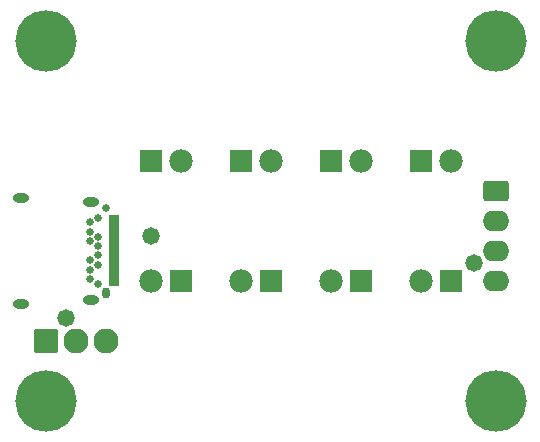
<source format=gts>
G04 Layer_Color=8388736*
%FSLAX44Y44*%
%MOMM*%
G71*
G01*
G75*
%ADD13O,1.4000X0.8000*%
%ADD14C,0.6500*%
%ADD15O,0.6500X0.9500*%
%ADD27R,0.9032X0.5032*%
%ADD28C,1.9812*%
%ADD29R,1.9812X1.9812*%
%ADD30C,5.2032*%
%ADD31O,2.2352X1.7272*%
G04:AMPARAMS|DCode=32|XSize=1.7272mm|YSize=2.2352mm|CornerRadius=0.2921mm|HoleSize=0mm|Usage=FLASHONLY|Rotation=270.000|XOffset=0mm|YOffset=0mm|HoleType=Round|Shape=RoundedRectangle|*
%AMROUNDEDRECTD32*
21,1,1.7272,1.6510,0,0,270.0*
21,1,1.1430,2.2352,0,0,270.0*
1,1,0.5842,-0.8255,-0.5715*
1,1,0.5842,-0.8255,0.5715*
1,1,0.5842,0.8255,0.5715*
1,1,0.5842,0.8255,-0.5715*
%
%ADD32ROUNDEDRECTD32*%
G04:AMPARAMS|DCode=33|XSize=2.1082mm|YSize=2.1082mm|CornerRadius=0.3397mm|HoleSize=0mm|Usage=FLASHONLY|Rotation=90.000|XOffset=0mm|YOffset=0mm|HoleType=Round|Shape=RoundedRectangle|*
%AMROUNDEDRECTD33*
21,1,2.1082,1.4287,0,0,90.0*
21,1,1.4287,2.1082,0,0,90.0*
1,1,0.6795,0.7144,0.7144*
1,1,0.6795,0.7144,-0.7144*
1,1,0.6795,-0.7144,-0.7144*
1,1,0.6795,-0.7144,0.7144*
%
%ADD33ROUNDEDRECTD33*%
%ADD34C,2.1082*%
%ADD35C,1.4732*%
D13*
X283600Y920300D02*
D03*
Y1010100D02*
D03*
X343100Y923900D02*
D03*
Y1006500D02*
D03*
D14*
X349100Y993200D02*
D03*
Y937200D02*
D03*
X342100Y989200D02*
D03*
Y941200D02*
D03*
Y949200D02*
D03*
Y981200D02*
D03*
Y973200D02*
D03*
Y957200D02*
D03*
X349100Y977200D02*
D03*
Y953200D02*
D03*
Y961200D02*
D03*
Y969200D02*
D03*
X355600Y1001200D02*
D03*
D15*
Y929200D02*
D03*
D27*
X362200Y937700D02*
D03*
Y942700D02*
D03*
Y947700D02*
D03*
Y952700D02*
D03*
Y957700D02*
D03*
Y992700D02*
D03*
Y987700D02*
D03*
Y982700D02*
D03*
Y977700D02*
D03*
Y972700D02*
D03*
Y967700D02*
D03*
Y962700D02*
D03*
D28*
X419100Y1041400D02*
D03*
X546100Y939800D02*
D03*
X647700Y1041400D02*
D03*
X571500D02*
D03*
X495300D02*
D03*
X393700Y939800D02*
D03*
X469900D02*
D03*
X622300D02*
D03*
D29*
X393700Y1041400D02*
D03*
X571500Y939800D02*
D03*
X622300Y1041400D02*
D03*
X546100D02*
D03*
X469900D02*
D03*
X419100Y939800D02*
D03*
X495300D02*
D03*
X647700D02*
D03*
D30*
X685800Y838200D02*
D03*
Y1143000D02*
D03*
X304800Y838200D02*
D03*
Y1143000D02*
D03*
D31*
X685800Y939800D02*
D03*
Y990600D02*
D03*
Y965200D02*
D03*
D32*
Y1016000D02*
D03*
D33*
X304800Y889000D02*
D03*
D34*
X330200D02*
D03*
X355600D02*
D03*
D35*
X321310Y908050D02*
D03*
X666750Y955040D02*
D03*
X393446Y977700D02*
D03*
M02*

</source>
